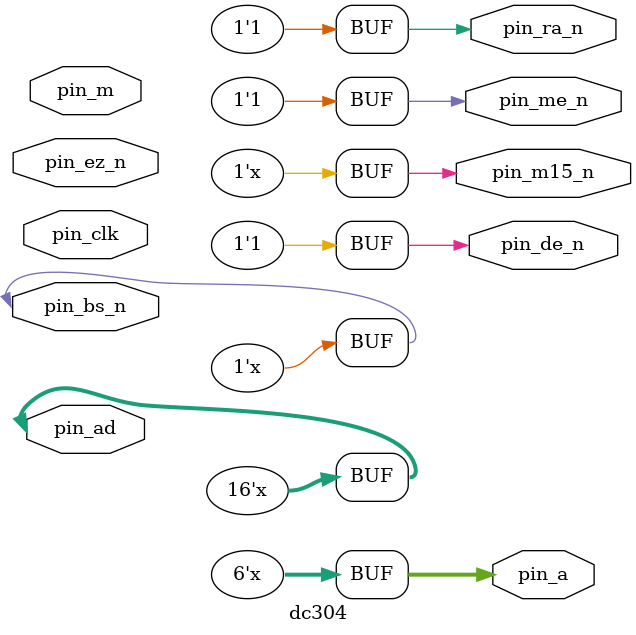
<source format=v>
module dc304
(
   input          pin_clk,    // main clock
   inout  [15:0]  pin_ad,     // address/data bus
   output [21:16] pin_a,      // high address bus
   input  [12:4]  pin_m,      // microinstruction bus
   output         pin_me_n,   // mapping enabled
   output         pin_ra_n,   // register access reply
   output         pin_de_n,   // invalid memory access
   output         pin_m15_n,  // address conversion flag
   inout          pin_bs_n,   // bus select
   input          pin_ez_n    // enable Z-state
);

//
// MMU is not implemented yet, empty socket emulation
//
assign pin_me_n = 1'b1;
assign pin_ra_n = 1'b1;
assign pin_de_n = 1'b1;

assign pin_bs_n = 1'bz;
assign pin_m15_n = 1'bz;

assign pin_a[21:16] = 6'bzzzzzz;
assign pin_ad[15:0] = 16'oZZZZZZ;

//______________________________________________________________________________
//
endmodule

</source>
